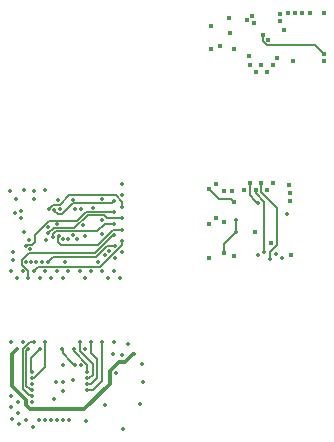
<source format=gbr>
G04 #@! TF.GenerationSoftware,KiCad,Pcbnew,(5.1.0)-1*
G04 #@! TF.CreationDate,2019-05-03T21:31:27-07:00*
G04 #@! TF.ProjectId,Miniscope-v4-PCB-fab-assembly_2,4d696e69-7363-46f7-9065-2d76342d5043,rev?*
G04 #@! TF.SameCoordinates,PX4b8e5e4PY51f011c*
G04 #@! TF.FileFunction,Copper,L3,Inr*
G04 #@! TF.FilePolarity,Positive*
%FSLAX46Y46*%
G04 Gerber Fmt 4.6, Leading zero omitted, Abs format (unit mm)*
G04 Created by KiCad (PCBNEW (5.1.0)-1) date 2019-05-03 21:31:27*
%MOMM*%
%LPD*%
G04 APERTURE LIST*
%ADD10C,0.355600*%
%ADD11C,0.450000*%
%ADD12C,0.203200*%
%ADD13C,0.304800*%
%ADD14C,0.152400*%
%ADD15C,0.152000*%
%ADD16C,0.076200*%
%ADD17C,0.177800*%
%ADD18C,0.127000*%
G04 APERTURE END LIST*
D10*
X13448800Y-25315600D03*
X13804400Y-27017400D03*
X4609600Y-26382400D03*
X4533400Y-19651400D03*
X6590800Y-19626000D03*
X5742800Y-23096000D03*
X12331200Y-20311800D03*
X7582899Y-23733600D03*
X7759200Y-22661600D03*
X8749800Y-21175400D03*
X9994400Y-21099200D03*
X12305800Y-22064400D03*
X7251197Y-25595003D03*
X5854200Y-25595000D03*
X5473200Y-21277000D03*
X5473200Y-21937400D03*
X12940800Y-24655200D03*
X12610600Y-25010800D03*
X9156198Y-25645800D03*
D11*
X31094020Y-4544540D03*
X26293420Y-9548340D03*
X26344220Y-6805140D03*
X23093020Y-4976340D03*
X25023420Y-4807440D03*
X28046020Y-4544540D03*
X29290620Y-4544540D03*
X27165920Y-8379939D03*
X23118420Y-6220940D03*
X26281580Y-19569060D03*
X21404780Y-25309460D03*
X23296180Y-19599060D03*
X25251980Y-23065150D03*
X26611780Y-23988662D03*
D10*
X13988020Y-33471340D03*
X15689820Y-34258740D03*
X8984220Y-35805600D03*
X8976600Y-36516800D03*
X15504400Y-37659800D03*
X12583400Y-37710600D03*
X9865600Y-35627800D03*
X10975580Y-39051720D03*
X8384780Y-35810680D03*
X8245080Y-37222920D03*
X4630660Y-32404540D03*
X6413000Y-37444600D03*
X6512800Y-39567340D03*
X13480020Y-35020740D03*
X5199620Y-38424340D03*
X4615420Y-36951140D03*
X13276820Y-33445936D03*
X8572000Y-20388000D03*
X5676400Y-19549806D03*
X5066800Y-20286400D03*
X14007600Y-19016400D03*
X5600200Y-26407811D03*
D11*
X21988980Y-19010260D03*
D10*
X4666220Y-38881540D03*
X15791420Y-35808140D03*
X5598405Y-32402000D03*
X4787400Y-25468000D03*
X6336774Y-25595000D03*
X10858000Y-23436000D03*
X9457890Y-23690000D03*
X4812800Y-24782200D03*
X13982200Y-24807600D03*
X13321800Y-26382400D03*
X6590800Y-20286400D03*
X6768587Y-25595000D03*
X10553200Y-21099200D03*
X11975600Y-25620400D03*
X27944380Y-21554860D03*
X23702580Y-23053460D03*
D11*
X22674780Y-24826858D03*
D10*
X23677180Y-22081919D03*
X14007600Y-19956200D03*
X5117600Y-26992000D03*
X7530600Y-19524400D03*
X6260600Y-24502800D03*
X11518400Y-21022994D03*
X8495800Y-22445400D03*
X4965200Y-21454800D03*
X12280401Y-23232800D03*
D11*
X26776020Y-8938740D03*
X27411020Y-4595340D03*
X27766620Y-5992340D03*
X22278420Y-7313140D03*
X31094020Y-8583140D03*
X26764180Y-18959460D03*
X22649380Y-19594460D03*
D10*
X5115805Y-33011600D03*
X4689080Y-35759880D03*
X14996400Y-33443400D03*
X6159000Y-23766200D03*
X10731000Y-22521600D03*
X9846600Y-20337200D03*
X13398000Y-24299600D03*
X7749601Y-25620400D03*
D11*
X23487580Y-25131660D03*
D10*
X7530600Y-26407810D03*
X9461000Y-26407810D03*
X10908800Y-26992000D03*
X12356600Y-26407800D03*
X13982200Y-22877200D03*
X8648200Y-23410600D03*
X7048000Y-26992000D03*
X8978400Y-26992000D03*
X10426200Y-26407810D03*
X12839200Y-27017400D03*
X13372600Y-21404000D03*
X5854200Y-24299600D03*
D11*
X22652488Y-22215929D03*
X28288180Y-25030060D03*
D10*
X14007600Y-21912000D03*
X7784600Y-23207400D03*
D11*
X21988980Y-21905860D03*
D10*
X27551580Y-25309460D03*
X13372600Y-22369200D03*
X8191000Y-23486800D03*
D11*
X21404780Y-22413860D03*
D10*
X27055380Y-24958460D03*
X8013200Y-26992000D03*
X9003800Y-23715400D03*
X8495800Y-26407810D03*
X9854878Y-23376516D03*
X11391400Y-26407810D03*
X10197600Y-23664606D03*
X14007600Y-20946800D03*
X7835400Y-21175400D03*
D11*
X28211980Y-19823060D03*
D10*
X13372600Y-20464200D03*
X8292600Y-21200800D03*
D11*
X28186580Y-19111860D03*
X21379380Y-19467460D03*
X23462180Y-20508860D03*
D10*
X14007600Y-23817000D03*
X6565400Y-26382400D03*
X13372600Y-23334400D03*
X6082800Y-26992000D03*
D11*
X28223780Y-20488060D03*
X25328220Y-9548340D03*
X25912420Y-6424140D03*
X31094020Y-8024340D03*
X25316363Y-19569060D03*
D10*
X26055738Y-24801460D03*
D11*
X25810820Y-8938740D03*
X25150420Y-5357340D03*
X28452420Y-8583140D03*
X25798980Y-18959460D03*
D10*
X26560980Y-25360260D03*
D11*
X24833780Y-18959460D03*
D10*
X25538009Y-20642831D03*
X25556780Y-25050950D03*
D11*
X24351180Y-19569060D03*
X28630220Y-4544540D03*
X29900220Y-4544540D03*
X21569020Y-5611340D03*
X27411020Y-5179534D03*
X24845620Y-8938740D03*
X24591620Y-5154140D03*
X24744020Y-8176740D03*
X23474020Y-7592540D03*
X21569020Y-7617940D03*
D10*
X5260580Y-39364140D03*
X7998000Y-39029600D03*
X13330160Y-32396920D03*
X14505000Y-32607740D03*
X8998000Y-34362889D03*
X10498000Y-34362889D03*
X8998000Y-39029600D03*
X14128000Y-39793400D03*
X8498000Y-39029600D03*
X7000480Y-39036480D03*
X7500860Y-39028860D03*
X9498000Y-39029600D03*
X10906999Y-33011600D03*
X6413000Y-35944600D03*
X7528803Y-32402000D03*
X6413000Y-35444600D03*
X7046203Y-33011600D03*
X6413000Y-34944600D03*
X6413000Y-36944600D03*
X6563604Y-32402000D03*
X4653520Y-37913801D03*
X6413000Y-36444600D03*
X6088527Y-33004077D03*
X5225020Y-37484540D03*
X5893396Y-39016516D03*
X12352488Y-32399744D03*
X11083000Y-36444600D03*
X11389599Y-32402000D03*
X11083000Y-35944600D03*
X10429480Y-32404540D03*
X11083000Y-35444600D03*
X9926560Y-33001440D03*
X11049240Y-34939460D03*
X8966440Y-33019220D03*
X9995140Y-34362889D03*
D12*
X22674780Y-24508660D02*
X22674780Y-24826858D01*
X22674780Y-24081260D02*
X22674780Y-24508660D01*
X23702580Y-23053460D02*
X22674780Y-24081260D01*
X23702580Y-23053460D02*
X23702580Y-22107319D01*
X23702580Y-22107319D02*
X23677180Y-22081919D01*
D13*
X4689080Y-33438325D02*
X5115805Y-33011600D01*
X4689080Y-35759880D02*
X4689080Y-33438325D01*
X14981160Y-33443400D02*
X14996400Y-33443400D01*
X13734020Y-34106340D02*
X13745880Y-34118200D01*
X12989800Y-35932600D02*
X12989800Y-34850560D01*
X10828260Y-38094140D02*
X12989800Y-35932600D01*
X6241020Y-38094140D02*
X10828260Y-38094140D01*
X6241020Y-38068740D02*
X6241020Y-38094140D01*
X14306360Y-34118200D02*
X14981160Y-33443400D01*
X13745880Y-34118200D02*
X14306360Y-34118200D01*
X4689080Y-35759880D02*
X4691620Y-35762420D01*
X12989800Y-34850560D02*
X13734020Y-34106340D01*
X4691620Y-36112940D02*
X4717020Y-36112940D01*
X4691620Y-35762420D02*
X4691620Y-36112940D01*
X4717020Y-36112940D02*
X5885420Y-37281340D01*
X5885420Y-37281340D02*
X5885420Y-37713140D01*
X5885420Y-37713140D02*
X6241020Y-38068740D01*
D14*
X7927400Y-25442601D02*
X7749601Y-25620400D01*
X8181401Y-25188600D02*
X7927400Y-25442601D01*
X11848600Y-25188600D02*
X8181401Y-25188600D01*
X12763000Y-24274200D02*
X11848600Y-25188600D01*
X13398000Y-24299600D02*
X13372600Y-24274200D01*
X13372600Y-24274200D02*
X12763000Y-24274200D01*
X8648200Y-23436000D02*
X8648200Y-23410600D01*
X13245600Y-22877200D02*
X11950200Y-24172600D01*
X13982200Y-22877200D02*
X13245600Y-22877200D01*
X11950200Y-24172600D02*
X8851400Y-24172600D01*
X8851400Y-24172600D02*
X8572000Y-23893200D01*
X8572000Y-23893200D02*
X8572000Y-23512200D01*
X8572000Y-23512200D02*
X8648200Y-23436000D01*
X6387600Y-24147200D02*
X6006600Y-24147200D01*
X13347200Y-21378600D02*
X10959600Y-21378600D01*
X13372600Y-21404000D02*
X13347200Y-21378600D01*
X6006600Y-24147200D02*
X5854200Y-24299600D01*
X10959600Y-21378600D02*
X10223000Y-22115200D01*
X10223000Y-22115200D02*
X7816902Y-22115200D01*
X6616200Y-23918600D02*
X6387600Y-24147200D01*
X7816902Y-22115200D02*
X6616200Y-23315902D01*
X6616200Y-23315902D02*
X6616200Y-23918600D01*
X13756153Y-21912000D02*
X14007600Y-21912000D01*
X8216400Y-22775600D02*
X9988302Y-22775600D01*
X7784600Y-23207400D02*
X8216400Y-22775600D01*
X9988302Y-22775600D02*
X11105902Y-21658000D01*
X11105902Y-21658000D02*
X12509000Y-21658000D01*
X12509000Y-21658000D02*
X12763000Y-21912000D01*
X12763000Y-21912000D02*
X13756153Y-21912000D01*
X8191000Y-23283600D02*
X8191000Y-23486800D01*
X8445000Y-23029600D02*
X8191000Y-23283600D01*
X11874000Y-23029600D02*
X8445000Y-23029600D01*
X13372600Y-22369200D02*
X12534400Y-22369200D01*
X12534400Y-22369200D02*
X11874000Y-23029600D01*
X14007600Y-20515000D02*
X14007600Y-20695353D01*
X7835400Y-21099200D02*
X8140200Y-20794400D01*
X7835400Y-21175400D02*
X7835400Y-21099200D01*
X8140200Y-20794400D02*
X8749800Y-20794400D01*
X14007600Y-20695353D02*
X14007600Y-20946800D01*
X9562601Y-19981599D02*
X13474199Y-19981599D01*
X8749800Y-20794400D02*
X9562601Y-19981599D01*
X13474199Y-19981599D02*
X14007600Y-20515000D01*
X13194801Y-20641999D02*
X13372600Y-20464200D01*
X8292600Y-21200800D02*
X8292600Y-21302400D01*
X8572000Y-21581800D02*
X8953000Y-21581800D01*
X8292600Y-21302400D02*
X8572000Y-21581800D01*
X8953000Y-21581800D02*
X9867399Y-20667401D01*
X9867399Y-20667401D02*
X13169399Y-20667401D01*
X13169399Y-20667401D02*
X13194801Y-20641999D01*
D12*
X21604379Y-19692459D02*
X21379380Y-19467460D01*
X22195781Y-20283861D02*
X21604379Y-19692459D01*
X23237181Y-20283861D02*
X22195781Y-20283861D01*
X23462180Y-20508860D02*
X23237181Y-20283861D01*
D14*
X6743199Y-26204601D02*
X6565400Y-26382400D01*
X6921000Y-26026800D02*
X6743199Y-26204601D01*
X12178800Y-26026800D02*
X6921000Y-26026800D01*
X14007600Y-23817000D02*
X14007600Y-24198000D01*
X14007600Y-24198000D02*
X12178800Y-26026800D01*
X6082800Y-26740553D02*
X6082800Y-26992000D01*
X6082800Y-26401702D02*
X6082800Y-26740553D01*
X13271000Y-23334400D02*
X11747000Y-24858400D01*
X13372600Y-23334400D02*
X13271000Y-23334400D01*
X11747000Y-24858400D02*
X6102102Y-24858400D01*
X6102102Y-24858400D02*
X5523999Y-25436503D01*
X5523999Y-25436503D02*
X5523999Y-25842901D01*
X5523999Y-25842901D02*
X6082800Y-26401702D01*
D15*
X30357420Y-7287740D02*
X31094020Y-8024340D01*
X26249766Y-7287740D02*
X30357420Y-7287740D01*
X25912420Y-6424140D02*
X25912420Y-6950394D01*
X25912420Y-6950394D02*
X26249766Y-7287740D01*
D14*
X25316363Y-19772243D02*
X25316363Y-19569060D01*
X26064780Y-24780660D02*
X26064780Y-20520660D01*
X26064780Y-20520660D02*
X25316363Y-19772243D01*
X25798980Y-19560060D02*
X25798980Y-18959460D01*
X25798980Y-19721460D02*
X25798980Y-19560060D01*
X27119780Y-21042260D02*
X25798980Y-19721460D01*
X27119780Y-24191860D02*
X27119780Y-21042260D01*
X26572780Y-25339460D02*
X26572780Y-24738860D01*
X26572780Y-24738860D02*
X27119780Y-24191860D01*
X25313010Y-20417832D02*
X25538009Y-20642831D01*
X24833780Y-19938602D02*
X25313010Y-20417832D01*
X24833780Y-18959460D02*
X24833780Y-19938602D01*
X7528803Y-32761210D02*
X7528803Y-32402000D01*
D16*
X7523720Y-32766293D02*
X7528803Y-32761210D01*
D14*
X7523720Y-34500040D02*
X7523720Y-32766293D01*
X6413000Y-35444600D02*
X6579160Y-35444600D01*
X6579160Y-35444600D02*
X7523720Y-34500040D01*
D17*
X7046203Y-33011600D02*
X6335000Y-33722803D01*
X6335000Y-33722803D02*
X6335000Y-34891200D01*
D18*
X6335000Y-34891200D02*
X6388400Y-34944600D01*
X6388400Y-34944600D02*
X6413000Y-34944600D01*
D17*
X5606020Y-36341540D02*
X6153200Y-36888720D01*
X5606020Y-32991287D02*
X5606020Y-36341540D01*
X6563604Y-32402000D02*
X6195307Y-32402000D01*
X6195307Y-32402000D02*
X5606020Y-32991287D01*
X6357120Y-36888720D02*
X6413000Y-36944600D01*
X6153200Y-36888720D02*
X6357120Y-36888720D01*
X5910728Y-33181876D02*
X6088527Y-33004077D01*
X5910728Y-36087448D02*
X5910728Y-33181876D01*
X6203000Y-36379720D02*
X5910728Y-36087448D01*
X6348120Y-36379720D02*
X6413000Y-36444600D01*
X6203000Y-36379720D02*
X6348120Y-36379720D01*
X12352488Y-32399744D02*
X12352488Y-35680912D01*
X11588800Y-36444600D02*
X11083000Y-36444600D01*
X12352488Y-35680912D02*
X11588800Y-36444600D01*
D16*
X11389599Y-32761210D02*
X11387060Y-32763749D01*
D17*
X11389599Y-32402000D02*
X11389599Y-32761210D01*
X11387760Y-35944600D02*
X11083000Y-35944600D01*
X11917920Y-35414440D02*
X11387760Y-35944600D01*
X11917920Y-33821860D02*
X11917920Y-35414440D01*
X11387060Y-32763749D02*
X11387060Y-33291000D01*
X11387060Y-33291000D02*
X11917920Y-33821860D01*
X10429480Y-33138600D02*
X10429480Y-32404540D01*
X11524220Y-34233340D02*
X10429480Y-33138600D01*
X11524220Y-35173140D02*
X11524220Y-34233340D01*
X11083000Y-35444600D02*
X11252760Y-35444600D01*
X11252760Y-35444600D02*
X11524220Y-35173140D01*
X11049240Y-34688013D02*
X11049240Y-34939460D01*
X11049240Y-34317160D02*
X11049240Y-34688013D01*
X9926560Y-33001440D02*
X9926560Y-33194480D01*
X9926560Y-33194480D02*
X11049240Y-34317160D01*
D16*
X8966440Y-33019220D02*
X8976600Y-33029380D01*
D12*
X8976600Y-33344349D02*
X9817341Y-34185090D01*
X9817341Y-34185090D02*
X9995140Y-34362889D01*
X8976600Y-33029380D02*
X8976600Y-33344349D01*
M02*

</source>
